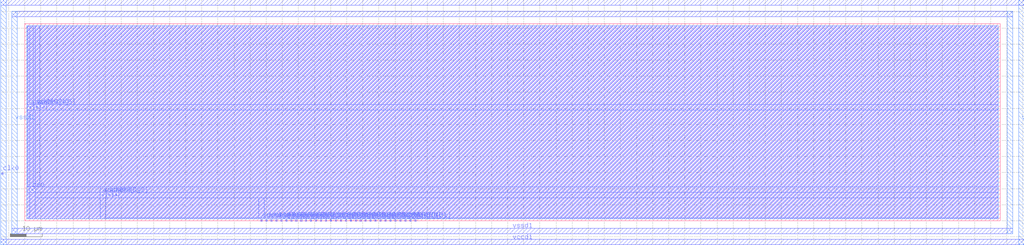
<source format=lef>
VERSION 5.4 ;
NAMESCASESENSITIVE ON ;
BUSBITCHARS "[]" ;
DIVIDERCHAR "/" ;
UNITS
  DATABASE MICRONS 1000 ;
END UNITS
MACRO sky130_rom_krom
   CLASS BLOCK ;
   SIZE 302.89 BY 61.28 ;
   SYMMETRY X Y R90 ;
   PIN clk0
      DIRECTION INPUT ;
      PORT
         LAYER met3 ;
         RECT  -7.09 14.455 -6.6 14.945 ;
      END
   END clk0
   PIN cs0
      DIRECTION INPUT ;
      PORT
         LAYER met3 ;
         RECT  2.13 9.42 2.62 9.91 ;
      END
   END cs0
   PIN addr0[0]
      DIRECTION INPUT ;
      PORT
         LAYER met3 ;
         RECT  24.015 7.79 24.505 8.28 ;
      END
   END addr0[0]
   PIN addr0[1]
      DIRECTION INPUT ;
      PORT
         LAYER met3 ;
         RECT  26.055 7.79 26.545 8.28 ;
      END
   END addr0[1]
   PIN addr0[2]
      DIRECTION INPUT ;
      PORT
         LAYER met3 ;
         RECT  28.095 7.79 28.585 8.28 ;
      END
   END addr0[2]
   PIN addr0[3]
      DIRECTION INPUT ;
      PORT
         LAYER met3 ;
         RECT  1.525 35.135 2.015 35.625 ;
      END
   END addr0[3]
   PIN addr0[4]
      DIRECTION INPUT ;
      PORT
         LAYER met3 ;
         RECT  3.565 35.135 4.055 35.625 ;
      END
   END addr0[4]
   PIN addr0[5]
      DIRECTION INPUT ;
      PORT
         LAYER met3 ;
         RECT  5.605 35.135 6.095 35.625 ;
      END
   END addr0[5]
   PIN dout0[0]
      DIRECTION OUTPUT ;
      PORT
         LAYER met3 ;
         RECT  73.3 -0.16 73.79 0.33 ;
      END
   END dout0[0]
   PIN dout0[1]
      DIRECTION OUTPUT ;
      PORT
         LAYER met3 ;
         RECT  74.84 -0.16 75.33 0.33 ;
      END
   END dout0[1]
   PIN dout0[2]
      DIRECTION OUTPUT ;
      PORT
         LAYER met3 ;
         RECT  76.38 -0.16 76.87 0.33 ;
      END
   END dout0[2]
   PIN dout0[3]
      DIRECTION OUTPUT ;
      PORT
         LAYER met3 ;
         RECT  77.92 -0.16 78.41 0.33 ;
      END
   END dout0[3]
   PIN dout0[4]
      DIRECTION OUTPUT ;
      PORT
         LAYER met3 ;
         RECT  79.46 -0.16 79.95 0.33 ;
      END
   END dout0[4]
   PIN dout0[5]
      DIRECTION OUTPUT ;
      PORT
         LAYER met3 ;
         RECT  81.0 -0.16 81.49 0.33 ;
      END
   END dout0[5]
   PIN dout0[6]
      DIRECTION OUTPUT ;
      PORT
         LAYER met3 ;
         RECT  82.54 -0.16 83.03 0.33 ;
      END
   END dout0[6]
   PIN dout0[7]
      DIRECTION OUTPUT ;
      PORT
         LAYER met3 ;
         RECT  84.08 -0.16 84.57 0.33 ;
      END
   END dout0[7]
   PIN dout0[8]
      DIRECTION OUTPUT ;
      PORT
         LAYER met3 ;
         RECT  85.62 -0.16 86.11 0.33 ;
      END
   END dout0[8]
   PIN dout0[9]
      DIRECTION OUTPUT ;
      PORT
         LAYER met3 ;
         RECT  87.16 -0.16 87.65 0.33 ;
      END
   END dout0[9]
   PIN dout0[10]
      DIRECTION OUTPUT ;
      PORT
         LAYER met3 ;
         RECT  88.7 -0.16 89.19 0.33 ;
      END
   END dout0[10]
   PIN dout0[11]
      DIRECTION OUTPUT ;
      PORT
         LAYER met3 ;
         RECT  90.24 -0.16 90.73 0.33 ;
      END
   END dout0[11]
   PIN dout0[12]
      DIRECTION OUTPUT ;
      PORT
         LAYER met3 ;
         RECT  91.78 -0.16 92.27 0.33 ;
      END
   END dout0[12]
   PIN dout0[13]
      DIRECTION OUTPUT ;
      PORT
         LAYER met3 ;
         RECT  93.32 -0.16 93.81 0.33 ;
      END
   END dout0[13]
   PIN dout0[14]
      DIRECTION OUTPUT ;
      PORT
         LAYER met3 ;
         RECT  94.86 -0.16 95.35 0.33 ;
      END
   END dout0[14]
   PIN dout0[15]
      DIRECTION OUTPUT ;
      PORT
         LAYER met3 ;
         RECT  96.4 -0.16 96.89 0.33 ;
      END
   END dout0[15]
   PIN dout0[16]
      DIRECTION OUTPUT ;
      PORT
         LAYER met3 ;
         RECT  97.94 -0.16 98.43 0.33 ;
      END
   END dout0[16]
   PIN dout0[17]
      DIRECTION OUTPUT ;
      PORT
         LAYER met3 ;
         RECT  99.48 -0.16 99.97 0.33 ;
      END
   END dout0[17]
   PIN dout0[18]
      DIRECTION OUTPUT ;
      PORT
         LAYER met3 ;
         RECT  101.02 -0.16 101.51 0.33 ;
      END
   END dout0[18]
   PIN dout0[19]
      DIRECTION OUTPUT ;
      PORT
         LAYER met3 ;
         RECT  102.56 -0.16 103.05 0.33 ;
      END
   END dout0[19]
   PIN dout0[20]
      DIRECTION OUTPUT ;
      PORT
         LAYER met3 ;
         RECT  104.1 -0.16 104.59 0.33 ;
      END
   END dout0[20]
   PIN dout0[21]
      DIRECTION OUTPUT ;
      PORT
         LAYER met3 ;
         RECT  105.64 -0.16 106.13 0.33 ;
      END
   END dout0[21]
   PIN dout0[22]
      DIRECTION OUTPUT ;
      PORT
         LAYER met3 ;
         RECT  107.18 -0.16 107.67 0.33 ;
      END
   END dout0[22]
   PIN dout0[23]
      DIRECTION OUTPUT ;
      PORT
         LAYER met3 ;
         RECT  108.72 -0.16 109.21 0.33 ;
      END
   END dout0[23]
   PIN dout0[24]
      DIRECTION OUTPUT ;
      PORT
         LAYER met3 ;
         RECT  110.26 -0.16 110.75 0.33 ;
      END
   END dout0[24]
   PIN dout0[25]
      DIRECTION OUTPUT ;
      PORT
         LAYER met3 ;
         RECT  111.8 -0.16 112.29 0.33 ;
      END
   END dout0[25]
   PIN dout0[26]
      DIRECTION OUTPUT ;
      PORT
         LAYER met3 ;
         RECT  113.34 -0.16 113.83 0.33 ;
      END
   END dout0[26]
   PIN dout0[27]
      DIRECTION OUTPUT ;
      PORT
         LAYER met3 ;
         RECT  114.88 -0.16 115.37 0.33 ;
      END
   END dout0[27]
   PIN dout0[28]
      DIRECTION OUTPUT ;
      PORT
         LAYER met3 ;
         RECT  116.42 -0.16 116.91 0.33 ;
      END
   END dout0[28]
   PIN dout0[29]
      DIRECTION OUTPUT ;
      PORT
         LAYER met3 ;
         RECT  117.96 -0.16 118.45 0.33 ;
      END
   END dout0[29]
   PIN dout0[30]
      DIRECTION OUTPUT ;
      PORT
         LAYER met3 ;
         RECT  119.5 -0.16 119.99 0.33 ;
      END
   END dout0[30]
   PIN dout0[31]
      DIRECTION OUTPUT ;
      PORT
         LAYER met3 ;
         RECT  121.04 -0.16 121.53 0.33 ;
      END
   END dout0[31]
   PIN vccd1
      DIRECTION INOUT ;
      USE POWER ; 
      SHAPE ABUTMENT ; 
      PORT
         LAYER met4 ;
         RECT  -7.48 -7.48 -5.74 68.76 ;
         LAYER met3 ;
         RECT  -7.48 67.02 310.37 68.76 ;
         LAYER met3 ;
         RECT  -7.48 -7.48 310.37 -5.74 ;
         LAYER met4 ;
         RECT  308.63 -7.48 310.37 68.76 ;
      END
   END vccd1
   PIN vssd1
      DIRECTION INOUT ;
      USE GROUND ; 
      SHAPE ABUTMENT ; 
      PORT
         LAYER met3 ;
         RECT  -4.0 63.54 306.89 65.28 ;
         LAYER met4 ;
         RECT  305.15 -4.0 306.89 65.28 ;
         LAYER met3 ;
         RECT  -4.0 -4.0 306.89 -2.26 ;
         LAYER met4 ;
         RECT  -4.0 -4.0 -2.26 65.28 ;
      END
   END vssd1
   OBS
   LAYER  met1 ;
      RECT  0.62 0.62 302.27 60.66 ;
   LAYER  met2 ;
      RECT  0.62 0.62 302.27 60.66 ;
   LAYER  met3 ;
      RECT  0.62 0.62 1.53 8.82 ;
      RECT  0.62 8.82 1.53 10.51 ;
      RECT  1.53 0.62 3.22 8.82 ;
      RECT  3.22 0.62 23.415 7.19 ;
      RECT  3.22 7.19 23.415 8.82 ;
      RECT  23.415 0.62 25.105 7.19 ;
      RECT  3.22 8.82 23.415 8.88 ;
      RECT  3.22 8.88 23.415 10.51 ;
      RECT  23.415 8.88 25.105 10.51 ;
      RECT  25.105 8.88 302.27 10.51 ;
      RECT  25.105 7.19 25.455 8.82 ;
      RECT  25.105 8.82 25.455 8.88 ;
      RECT  27.145 7.19 27.495 8.82 ;
      RECT  29.185 7.19 302.27 8.82 ;
      RECT  27.145 8.82 27.495 8.88 ;
      RECT  29.185 8.82 302.27 8.88 ;
      RECT  0.62 10.51 0.925 34.535 ;
      RECT  0.62 34.535 0.925 36.225 ;
      RECT  0.62 36.225 0.925 60.66 ;
      RECT  0.925 10.51 1.53 34.535 ;
      RECT  0.925 36.225 1.53 60.66 ;
      RECT  1.53 10.51 2.615 34.535 ;
      RECT  1.53 36.225 2.615 60.66 ;
      RECT  2.615 10.51 3.22 34.535 ;
      RECT  2.615 36.225 3.22 60.66 ;
      RECT  3.22 10.51 4.655 34.535 ;
      RECT  3.22 36.225 4.655 60.66 ;
      RECT  4.655 10.51 302.27 34.535 ;
      RECT  4.655 36.225 302.27 60.66 ;
      RECT  2.615 34.535 2.965 36.225 ;
      RECT  4.655 34.535 5.005 36.225 ;
      RECT  6.695 34.535 302.27 36.225 ;
      RECT  25.105 0.62 72.7 0.93 ;
      RECT  25.105 0.93 72.7 7.19 ;
      RECT  72.7 0.93 74.39 7.19 ;
      RECT  74.39 0.93 302.27 7.19 ;
      RECT  122.13 0.62 302.27 0.93 ;
   LAYER  met4 ;
      RECT  0.62 0.62 302.27 60.66 ;
   END
END    sky130_rom_krom
END    LIBRARY

</source>
